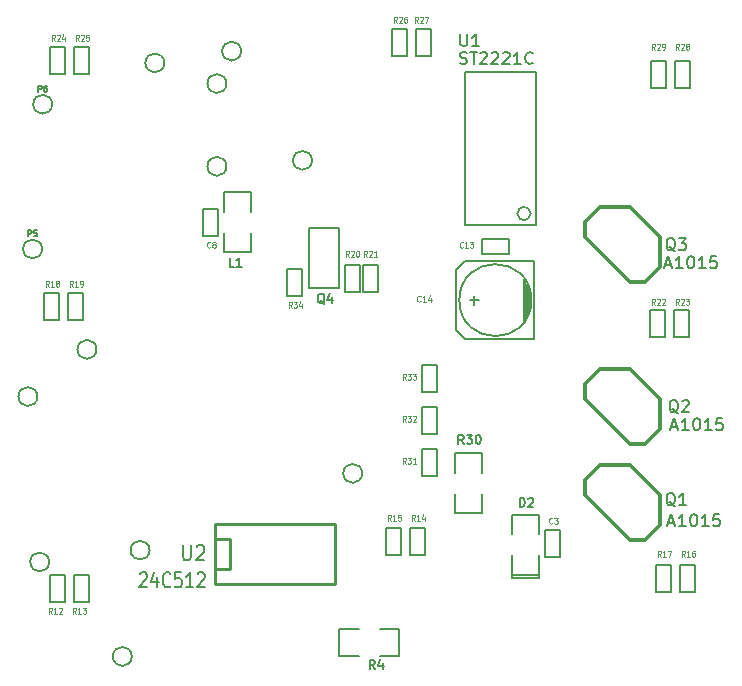
<source format=gto>
G04 (created by PCBNEW (2013-jul-07)-stable) date nie, 13 lis 2016, 20:29:25*
%MOIN*%
G04 Gerber Fmt 3.4, Leading zero omitted, Abs format*
%FSLAX34Y34*%
G01*
G70*
G90*
G04 APERTURE LIST*
%ADD10C,0.00590551*%
%ADD11C,0.012*%
%ADD12C,0.005*%
%ADD13C,0.01*%
%ADD14C,0.006*%
%ADD15C,0.008*%
%ADD16C,0.0055*%
%ADD17C,0.0051*%
%ADD18C,0.0045*%
%ADD19C,0.0047*%
G04 APERTURE END LIST*
G54D10*
G54D11*
X63266Y-35629D02*
X64766Y-37129D01*
X64766Y-37129D02*
X65266Y-37129D01*
X65266Y-37129D02*
X65766Y-36629D01*
X65766Y-36629D02*
X65766Y-35629D01*
X65766Y-35629D02*
X64766Y-34629D01*
X64766Y-34629D02*
X63766Y-34629D01*
X63766Y-34629D02*
X63266Y-35129D01*
X63266Y-35129D02*
X63266Y-35629D01*
X63266Y-41029D02*
X64766Y-42529D01*
X64766Y-42529D02*
X65266Y-42529D01*
X65266Y-42529D02*
X65766Y-42029D01*
X65766Y-42029D02*
X65766Y-41029D01*
X65766Y-41029D02*
X64766Y-40029D01*
X64766Y-40029D02*
X63766Y-40029D01*
X63766Y-40029D02*
X63266Y-40529D01*
X63266Y-40529D02*
X63266Y-41029D01*
X63266Y-44229D02*
X64766Y-45729D01*
X64766Y-45729D02*
X65266Y-45729D01*
X65266Y-45729D02*
X65766Y-45229D01*
X65766Y-45229D02*
X65766Y-44229D01*
X65766Y-44229D02*
X64766Y-43229D01*
X64766Y-43229D02*
X63766Y-43229D01*
X63766Y-43229D02*
X63266Y-43729D01*
X63266Y-43729D02*
X63266Y-44229D01*
G54D10*
X61614Y-35236D02*
X61614Y-35039D01*
X59251Y-35236D02*
X59251Y-35039D01*
X61440Y-34842D02*
G75*
G03X61440Y-34842I-220J0D01*
G74*
G01*
X59251Y-30118D02*
X61614Y-30118D01*
X61614Y-30118D02*
X61614Y-35039D01*
X61614Y-35236D02*
X59251Y-35236D01*
X59251Y-35039D02*
X59251Y-30118D01*
G54D12*
X51216Y-36129D02*
X52116Y-36129D01*
X52116Y-36129D02*
X52116Y-35479D01*
X51216Y-34779D02*
X51216Y-34129D01*
X51216Y-34129D02*
X52116Y-34129D01*
X52116Y-34129D02*
X52116Y-34779D01*
X51216Y-35479D02*
X51216Y-36129D01*
X57816Y-40779D02*
X57816Y-39879D01*
X57816Y-39879D02*
X58316Y-39879D01*
X58316Y-39879D02*
X58316Y-40779D01*
X58316Y-40779D02*
X57816Y-40779D01*
X58316Y-41279D02*
X58316Y-42179D01*
X58316Y-42179D02*
X57816Y-42179D01*
X57816Y-42179D02*
X57816Y-41279D01*
X57816Y-41279D02*
X58316Y-41279D01*
X57816Y-43579D02*
X57816Y-42679D01*
X57816Y-42679D02*
X58316Y-42679D01*
X58316Y-42679D02*
X58316Y-43579D01*
X58316Y-43579D02*
X57816Y-43579D01*
X51016Y-34679D02*
X51016Y-35579D01*
X51016Y-35579D02*
X50516Y-35579D01*
X50516Y-35579D02*
X50516Y-34679D01*
X50516Y-34679D02*
X51016Y-34679D01*
X53316Y-37579D02*
X53316Y-36679D01*
X53316Y-36679D02*
X53816Y-36679D01*
X53816Y-36679D02*
X53816Y-37579D01*
X53816Y-37579D02*
X53316Y-37579D01*
X57112Y-45313D02*
X57112Y-46213D01*
X57112Y-46213D02*
X56612Y-46213D01*
X56612Y-46213D02*
X56612Y-45313D01*
X56612Y-45313D02*
X57112Y-45313D01*
X46716Y-46879D02*
X46716Y-47779D01*
X46716Y-47779D02*
X46216Y-47779D01*
X46216Y-47779D02*
X46216Y-46879D01*
X46216Y-46879D02*
X46716Y-46879D01*
X57912Y-45313D02*
X57912Y-46213D01*
X57912Y-46213D02*
X57412Y-46213D01*
X57412Y-46213D02*
X57412Y-45313D01*
X57412Y-45313D02*
X57912Y-45313D01*
X45916Y-46879D02*
X45916Y-47779D01*
X45916Y-47779D02*
X45416Y-47779D01*
X45416Y-47779D02*
X45416Y-46879D01*
X45416Y-46879D02*
X45916Y-46879D01*
X46516Y-37479D02*
X46516Y-38379D01*
X46516Y-38379D02*
X46016Y-38379D01*
X46016Y-38379D02*
X46016Y-37479D01*
X46016Y-37479D02*
X46516Y-37479D01*
X66116Y-46574D02*
X66116Y-47474D01*
X66116Y-47474D02*
X65616Y-47474D01*
X65616Y-47474D02*
X65616Y-46574D01*
X65616Y-46574D02*
X66116Y-46574D01*
X45716Y-37479D02*
X45716Y-38379D01*
X45716Y-38379D02*
X45216Y-38379D01*
X45216Y-38379D02*
X45216Y-37479D01*
X45216Y-37479D02*
X45716Y-37479D01*
X66916Y-46574D02*
X66916Y-47474D01*
X66916Y-47474D02*
X66416Y-47474D01*
X66416Y-47474D02*
X66416Y-46574D01*
X66416Y-46574D02*
X66916Y-46574D01*
X66719Y-38072D02*
X66719Y-38972D01*
X66719Y-38972D02*
X66219Y-38972D01*
X66219Y-38972D02*
X66219Y-38072D01*
X66219Y-38072D02*
X66719Y-38072D01*
X56352Y-36557D02*
X56352Y-37457D01*
X56352Y-37457D02*
X55852Y-37457D01*
X55852Y-37457D02*
X55852Y-36557D01*
X55852Y-36557D02*
X56352Y-36557D01*
X65919Y-38072D02*
X65919Y-38972D01*
X65919Y-38972D02*
X65419Y-38972D01*
X65419Y-38972D02*
X65419Y-38072D01*
X65419Y-38072D02*
X65919Y-38072D01*
X55761Y-36557D02*
X55761Y-37457D01*
X55761Y-37457D02*
X55261Y-37457D01*
X55261Y-37457D02*
X55261Y-36557D01*
X55261Y-36557D02*
X55761Y-36557D01*
X46716Y-29279D02*
X46716Y-30179D01*
X46716Y-30179D02*
X46216Y-30179D01*
X46216Y-30179D02*
X46216Y-29279D01*
X46216Y-29279D02*
X46716Y-29279D01*
X60716Y-36179D02*
X59816Y-36179D01*
X59816Y-36179D02*
X59816Y-35679D01*
X59816Y-35679D02*
X60716Y-35679D01*
X60716Y-35679D02*
X60716Y-36179D01*
X66261Y-30658D02*
X66261Y-29758D01*
X66261Y-29758D02*
X66761Y-29758D01*
X66761Y-29758D02*
X66761Y-30658D01*
X66761Y-30658D02*
X66261Y-30658D01*
X65461Y-30658D02*
X65461Y-29758D01*
X65461Y-29758D02*
X65961Y-29758D01*
X65961Y-29758D02*
X65961Y-30658D01*
X65961Y-30658D02*
X65461Y-30658D01*
X45916Y-29279D02*
X45916Y-30179D01*
X45916Y-30179D02*
X45416Y-30179D01*
X45416Y-30179D02*
X45416Y-29279D01*
X45416Y-29279D02*
X45916Y-29279D01*
X56816Y-29579D02*
X56816Y-28679D01*
X56816Y-28679D02*
X57316Y-28679D01*
X57316Y-28679D02*
X57316Y-29579D01*
X57316Y-29579D02*
X56816Y-29579D01*
X57616Y-29579D02*
X57616Y-28679D01*
X57616Y-28679D02*
X58116Y-28679D01*
X58116Y-28679D02*
X58116Y-29579D01*
X58116Y-29579D02*
X57616Y-29579D01*
X61416Y-38029D02*
X61416Y-37429D01*
X61366Y-37279D02*
X61366Y-38179D01*
X61316Y-38279D02*
X61316Y-37179D01*
X61266Y-37079D02*
X61266Y-38379D01*
X61216Y-38429D02*
X61216Y-37029D01*
X61466Y-37729D02*
G75*
G03X61466Y-37729I-1200J0D01*
G74*
G01*
X61566Y-39029D02*
X61566Y-36429D01*
X61566Y-36429D02*
X59266Y-36429D01*
X59266Y-36429D02*
X58966Y-36729D01*
X58966Y-36729D02*
X58966Y-38729D01*
X58966Y-38729D02*
X59266Y-39029D01*
X59266Y-39029D02*
X61566Y-39029D01*
X59416Y-37729D02*
X59716Y-37729D01*
X59566Y-37879D02*
X59566Y-37579D01*
G54D13*
X50916Y-45679D02*
X51416Y-45679D01*
X51416Y-45679D02*
X51416Y-46679D01*
X51416Y-46679D02*
X50916Y-46679D01*
X50916Y-45179D02*
X54916Y-45179D01*
X54916Y-45179D02*
X54916Y-47179D01*
X54916Y-47179D02*
X50916Y-47179D01*
X50916Y-47179D02*
X50916Y-45179D01*
G54D14*
X54066Y-35329D02*
X55066Y-35329D01*
X55066Y-35329D02*
X55066Y-37329D01*
X55066Y-37329D02*
X54066Y-37329D01*
X54066Y-37329D02*
X54066Y-35329D01*
G54D12*
X57066Y-49579D02*
X57066Y-48679D01*
X57066Y-48679D02*
X56416Y-48679D01*
X55716Y-49579D02*
X55066Y-49579D01*
X55066Y-49579D02*
X55066Y-48679D01*
X55066Y-48679D02*
X55716Y-48679D01*
X56416Y-49579D02*
X57066Y-49579D01*
X58916Y-44829D02*
X59816Y-44829D01*
X59816Y-44829D02*
X59816Y-44179D01*
X58916Y-43479D02*
X58916Y-42829D01*
X58916Y-42829D02*
X59816Y-42829D01*
X59816Y-42829D02*
X59816Y-43479D01*
X58916Y-44179D02*
X58916Y-44829D01*
X51792Y-29429D02*
G75*
G03X51792Y-29429I-316J0D01*
G74*
G01*
X49233Y-29822D02*
G75*
G03X49233Y-29822I-316J0D01*
G74*
G01*
X51300Y-33267D02*
G75*
G03X51300Y-33267I-316J0D01*
G74*
G01*
X45158Y-36023D02*
G75*
G03X45158Y-36023I-316J0D01*
G74*
G01*
X45493Y-31200D02*
G75*
G03X45493Y-31200I-316J0D01*
G74*
G01*
X51300Y-30511D02*
G75*
G03X51300Y-30511I-316J0D01*
G74*
G01*
X62416Y-45379D02*
X62416Y-46279D01*
X62416Y-46279D02*
X61916Y-46279D01*
X61916Y-46279D02*
X61916Y-45379D01*
X61916Y-45379D02*
X62416Y-45379D01*
X60816Y-46879D02*
X60816Y-46979D01*
X60816Y-46979D02*
X61716Y-46979D01*
X61716Y-46979D02*
X61716Y-46879D01*
X60816Y-46879D02*
X61716Y-46879D01*
X61716Y-46879D02*
X61716Y-46229D01*
X60816Y-45529D02*
X60816Y-44879D01*
X60816Y-44879D02*
X61716Y-44879D01*
X61716Y-44879D02*
X61716Y-45529D01*
X60816Y-46229D02*
X60816Y-46879D01*
X45394Y-46456D02*
G75*
G03X45394Y-46456I-316J0D01*
G74*
G01*
X48150Y-49606D02*
G75*
G03X48150Y-49606I-316J0D01*
G74*
G01*
X46969Y-39370D02*
G75*
G03X46969Y-39370I-316J0D01*
G74*
G01*
X48741Y-46062D02*
G75*
G03X48741Y-46062I-316J0D01*
G74*
G01*
X54154Y-33070D02*
G75*
G03X54154Y-33070I-316J0D01*
G74*
G01*
X45001Y-40944D02*
G75*
G03X45001Y-40944I-316J0D01*
G74*
G01*
X55828Y-43503D02*
G75*
G03X55828Y-43503I-316J0D01*
G74*
G01*
G54D15*
X66261Y-36100D02*
X66223Y-36080D01*
X66185Y-36042D01*
X66128Y-35985D01*
X66090Y-35966D01*
X66052Y-35966D01*
X66071Y-36061D02*
X66033Y-36042D01*
X65995Y-36004D01*
X65976Y-35928D01*
X65976Y-35795D01*
X65995Y-35719D01*
X66033Y-35680D01*
X66071Y-35661D01*
X66147Y-35661D01*
X66185Y-35680D01*
X66223Y-35719D01*
X66242Y-35795D01*
X66242Y-35928D01*
X66223Y-36004D01*
X66185Y-36042D01*
X66147Y-36061D01*
X66071Y-36061D01*
X66376Y-35661D02*
X66623Y-35661D01*
X66490Y-35814D01*
X66547Y-35814D01*
X66585Y-35833D01*
X66604Y-35852D01*
X66623Y-35890D01*
X66623Y-35985D01*
X66604Y-36023D01*
X66585Y-36042D01*
X66547Y-36061D01*
X66433Y-36061D01*
X66395Y-36042D01*
X66376Y-36023D01*
X65942Y-36547D02*
X66133Y-36547D01*
X65904Y-36661D02*
X66038Y-36261D01*
X66171Y-36661D01*
X66514Y-36661D02*
X66285Y-36661D01*
X66400Y-36661D02*
X66400Y-36261D01*
X66361Y-36319D01*
X66323Y-36357D01*
X66285Y-36376D01*
X66761Y-36261D02*
X66800Y-36261D01*
X66838Y-36280D01*
X66857Y-36300D01*
X66876Y-36338D01*
X66895Y-36414D01*
X66895Y-36509D01*
X66876Y-36585D01*
X66857Y-36623D01*
X66838Y-36642D01*
X66800Y-36661D01*
X66761Y-36661D01*
X66723Y-36642D01*
X66704Y-36623D01*
X66685Y-36585D01*
X66666Y-36509D01*
X66666Y-36414D01*
X66685Y-36338D01*
X66704Y-36300D01*
X66723Y-36280D01*
X66761Y-36261D01*
X67276Y-36661D02*
X67047Y-36661D01*
X67161Y-36661D02*
X67161Y-36261D01*
X67123Y-36319D01*
X67085Y-36357D01*
X67047Y-36376D01*
X67638Y-36261D02*
X67447Y-36261D01*
X67428Y-36452D01*
X67447Y-36433D01*
X67485Y-36414D01*
X67580Y-36414D01*
X67619Y-36433D01*
X67638Y-36452D01*
X67657Y-36490D01*
X67657Y-36585D01*
X67638Y-36623D01*
X67619Y-36642D01*
X67580Y-36661D01*
X67485Y-36661D01*
X67447Y-36642D01*
X67428Y-36623D01*
X66361Y-41500D02*
X66323Y-41480D01*
X66285Y-41442D01*
X66228Y-41385D01*
X66190Y-41366D01*
X66152Y-41366D01*
X66171Y-41461D02*
X66133Y-41442D01*
X66095Y-41404D01*
X66076Y-41328D01*
X66076Y-41195D01*
X66095Y-41119D01*
X66133Y-41080D01*
X66171Y-41061D01*
X66247Y-41061D01*
X66285Y-41080D01*
X66323Y-41119D01*
X66342Y-41195D01*
X66342Y-41328D01*
X66323Y-41404D01*
X66285Y-41442D01*
X66247Y-41461D01*
X66171Y-41461D01*
X66495Y-41100D02*
X66514Y-41080D01*
X66552Y-41061D01*
X66647Y-41061D01*
X66685Y-41080D01*
X66704Y-41100D01*
X66723Y-41138D01*
X66723Y-41176D01*
X66704Y-41233D01*
X66476Y-41461D01*
X66723Y-41461D01*
X66142Y-41947D02*
X66333Y-41947D01*
X66104Y-42061D02*
X66238Y-41661D01*
X66371Y-42061D01*
X66714Y-42061D02*
X66485Y-42061D01*
X66600Y-42061D02*
X66600Y-41661D01*
X66561Y-41719D01*
X66523Y-41757D01*
X66485Y-41776D01*
X66961Y-41661D02*
X67000Y-41661D01*
X67038Y-41680D01*
X67057Y-41700D01*
X67076Y-41738D01*
X67095Y-41814D01*
X67095Y-41909D01*
X67076Y-41985D01*
X67057Y-42023D01*
X67038Y-42042D01*
X67000Y-42061D01*
X66961Y-42061D01*
X66923Y-42042D01*
X66904Y-42023D01*
X66885Y-41985D01*
X66866Y-41909D01*
X66866Y-41814D01*
X66885Y-41738D01*
X66904Y-41700D01*
X66923Y-41680D01*
X66961Y-41661D01*
X67476Y-42061D02*
X67247Y-42061D01*
X67361Y-42061D02*
X67361Y-41661D01*
X67323Y-41719D01*
X67285Y-41757D01*
X67247Y-41776D01*
X67838Y-41661D02*
X67647Y-41661D01*
X67628Y-41852D01*
X67647Y-41833D01*
X67685Y-41814D01*
X67780Y-41814D01*
X67819Y-41833D01*
X67838Y-41852D01*
X67857Y-41890D01*
X67857Y-41985D01*
X67838Y-42023D01*
X67819Y-42042D01*
X67780Y-42061D01*
X67685Y-42061D01*
X67647Y-42042D01*
X67628Y-42023D01*
X66261Y-44600D02*
X66223Y-44580D01*
X66185Y-44542D01*
X66128Y-44485D01*
X66090Y-44466D01*
X66052Y-44466D01*
X66071Y-44561D02*
X66033Y-44542D01*
X65995Y-44504D01*
X65976Y-44428D01*
X65976Y-44295D01*
X65995Y-44219D01*
X66033Y-44180D01*
X66071Y-44161D01*
X66147Y-44161D01*
X66185Y-44180D01*
X66223Y-44219D01*
X66242Y-44295D01*
X66242Y-44428D01*
X66223Y-44504D01*
X66185Y-44542D01*
X66147Y-44561D01*
X66071Y-44561D01*
X66623Y-44561D02*
X66395Y-44561D01*
X66509Y-44561D02*
X66509Y-44161D01*
X66471Y-44219D01*
X66433Y-44257D01*
X66395Y-44276D01*
X66042Y-45147D02*
X66233Y-45147D01*
X66004Y-45261D02*
X66138Y-44861D01*
X66271Y-45261D01*
X66614Y-45261D02*
X66385Y-45261D01*
X66500Y-45261D02*
X66500Y-44861D01*
X66461Y-44919D01*
X66423Y-44957D01*
X66385Y-44976D01*
X66861Y-44861D02*
X66900Y-44861D01*
X66938Y-44880D01*
X66957Y-44900D01*
X66976Y-44938D01*
X66995Y-45014D01*
X66995Y-45109D01*
X66976Y-45185D01*
X66957Y-45223D01*
X66938Y-45242D01*
X66900Y-45261D01*
X66861Y-45261D01*
X66823Y-45242D01*
X66804Y-45223D01*
X66785Y-45185D01*
X66766Y-45109D01*
X66766Y-45014D01*
X66785Y-44938D01*
X66804Y-44900D01*
X66823Y-44880D01*
X66861Y-44861D01*
X67376Y-45261D02*
X67147Y-45261D01*
X67261Y-45261D02*
X67261Y-44861D01*
X67223Y-44919D01*
X67185Y-44957D01*
X67147Y-44976D01*
X67738Y-44861D02*
X67547Y-44861D01*
X67528Y-45052D01*
X67547Y-45033D01*
X67585Y-45014D01*
X67680Y-45014D01*
X67719Y-45033D01*
X67738Y-45052D01*
X67757Y-45090D01*
X67757Y-45185D01*
X67738Y-45223D01*
X67719Y-45242D01*
X67680Y-45261D01*
X67585Y-45261D01*
X67547Y-45242D01*
X67528Y-45223D01*
G54D16*
X59099Y-28865D02*
X59099Y-29184D01*
X59118Y-29221D01*
X59137Y-29240D01*
X59174Y-29259D01*
X59249Y-29259D01*
X59287Y-29240D01*
X59306Y-29221D01*
X59324Y-29184D01*
X59324Y-28865D01*
X59718Y-29259D02*
X59493Y-29259D01*
X59606Y-29259D02*
X59606Y-28865D01*
X59568Y-28921D01*
X59531Y-28959D01*
X59493Y-28978D01*
G54D17*
X59089Y-29840D02*
X59146Y-29859D01*
X59239Y-29859D01*
X59277Y-29840D01*
X59296Y-29821D01*
X59315Y-29784D01*
X59315Y-29746D01*
X59296Y-29709D01*
X59277Y-29690D01*
X59239Y-29671D01*
X59164Y-29653D01*
X59127Y-29634D01*
X59108Y-29615D01*
X59089Y-29578D01*
X59089Y-29540D01*
X59108Y-29503D01*
X59127Y-29484D01*
X59164Y-29465D01*
X59258Y-29465D01*
X59315Y-29484D01*
X59427Y-29465D02*
X59652Y-29465D01*
X59540Y-29859D02*
X59540Y-29465D01*
X59765Y-29503D02*
X59784Y-29484D01*
X59821Y-29465D01*
X59915Y-29465D01*
X59952Y-29484D01*
X59971Y-29503D01*
X59990Y-29540D01*
X59990Y-29578D01*
X59971Y-29634D01*
X59746Y-29859D01*
X59990Y-29859D01*
X60140Y-29503D02*
X60159Y-29484D01*
X60196Y-29465D01*
X60290Y-29465D01*
X60328Y-29484D01*
X60346Y-29503D01*
X60365Y-29540D01*
X60365Y-29578D01*
X60346Y-29634D01*
X60121Y-29859D01*
X60365Y-29859D01*
X60515Y-29503D02*
X60534Y-29484D01*
X60572Y-29465D01*
X60665Y-29465D01*
X60703Y-29484D01*
X60722Y-29503D01*
X60740Y-29540D01*
X60740Y-29578D01*
X60722Y-29634D01*
X60497Y-29859D01*
X60740Y-29859D01*
X61116Y-29859D02*
X60891Y-29859D01*
X61003Y-29859D02*
X61003Y-29465D01*
X60966Y-29521D01*
X60928Y-29559D01*
X60891Y-29578D01*
X61510Y-29821D02*
X61491Y-29840D01*
X61435Y-29859D01*
X61397Y-29859D01*
X61341Y-29840D01*
X61303Y-29803D01*
X61285Y-29765D01*
X61266Y-29690D01*
X61266Y-29634D01*
X61285Y-29559D01*
X61303Y-29521D01*
X61341Y-29484D01*
X61397Y-29465D01*
X61435Y-29465D01*
X61491Y-29484D01*
X61510Y-29503D01*
G54D12*
X51550Y-36621D02*
X51407Y-36621D01*
X51407Y-36321D01*
X51807Y-36621D02*
X51635Y-36621D01*
X51721Y-36621D02*
X51721Y-36321D01*
X51692Y-36364D01*
X51664Y-36392D01*
X51635Y-36407D01*
G54D18*
X57284Y-40380D02*
X57224Y-40285D01*
X57181Y-40380D02*
X57181Y-40180D01*
X57250Y-40180D01*
X57267Y-40190D01*
X57275Y-40200D01*
X57284Y-40219D01*
X57284Y-40247D01*
X57275Y-40266D01*
X57267Y-40276D01*
X57250Y-40285D01*
X57181Y-40285D01*
X57344Y-40180D02*
X57455Y-40180D01*
X57395Y-40257D01*
X57421Y-40257D01*
X57438Y-40266D01*
X57447Y-40276D01*
X57455Y-40295D01*
X57455Y-40342D01*
X57447Y-40361D01*
X57438Y-40371D01*
X57421Y-40380D01*
X57370Y-40380D01*
X57352Y-40371D01*
X57344Y-40361D01*
X57515Y-40180D02*
X57627Y-40180D01*
X57567Y-40257D01*
X57592Y-40257D01*
X57610Y-40266D01*
X57618Y-40276D01*
X57627Y-40295D01*
X57627Y-40342D01*
X57618Y-40361D01*
X57610Y-40371D01*
X57592Y-40380D01*
X57541Y-40380D01*
X57524Y-40371D01*
X57515Y-40361D01*
X57284Y-41780D02*
X57224Y-41685D01*
X57181Y-41780D02*
X57181Y-41580D01*
X57250Y-41580D01*
X57267Y-41590D01*
X57275Y-41600D01*
X57284Y-41619D01*
X57284Y-41647D01*
X57275Y-41666D01*
X57267Y-41676D01*
X57250Y-41685D01*
X57181Y-41685D01*
X57344Y-41580D02*
X57455Y-41580D01*
X57395Y-41657D01*
X57421Y-41657D01*
X57438Y-41666D01*
X57447Y-41676D01*
X57455Y-41695D01*
X57455Y-41742D01*
X57447Y-41761D01*
X57438Y-41771D01*
X57421Y-41780D01*
X57370Y-41780D01*
X57352Y-41771D01*
X57344Y-41761D01*
X57524Y-41600D02*
X57532Y-41590D01*
X57550Y-41580D01*
X57592Y-41580D01*
X57610Y-41590D01*
X57618Y-41600D01*
X57627Y-41619D01*
X57627Y-41638D01*
X57618Y-41666D01*
X57515Y-41780D01*
X57627Y-41780D01*
X57284Y-43180D02*
X57224Y-43085D01*
X57181Y-43180D02*
X57181Y-42980D01*
X57250Y-42980D01*
X57267Y-42990D01*
X57275Y-43000D01*
X57284Y-43019D01*
X57284Y-43047D01*
X57275Y-43066D01*
X57267Y-43076D01*
X57250Y-43085D01*
X57181Y-43085D01*
X57344Y-42980D02*
X57455Y-42980D01*
X57395Y-43057D01*
X57421Y-43057D01*
X57438Y-43066D01*
X57447Y-43076D01*
X57455Y-43095D01*
X57455Y-43142D01*
X57447Y-43161D01*
X57438Y-43171D01*
X57421Y-43180D01*
X57370Y-43180D01*
X57352Y-43171D01*
X57344Y-43161D01*
X57627Y-43180D02*
X57524Y-43180D01*
X57575Y-43180D02*
X57575Y-42980D01*
X57558Y-43009D01*
X57541Y-43028D01*
X57524Y-43038D01*
X50770Y-35961D02*
X50761Y-35971D01*
X50735Y-35980D01*
X50718Y-35980D01*
X50692Y-35971D01*
X50675Y-35952D01*
X50667Y-35933D01*
X50658Y-35895D01*
X50658Y-35866D01*
X50667Y-35828D01*
X50675Y-35809D01*
X50692Y-35790D01*
X50718Y-35780D01*
X50735Y-35780D01*
X50761Y-35790D01*
X50770Y-35800D01*
X50872Y-35866D02*
X50855Y-35857D01*
X50847Y-35847D01*
X50838Y-35828D01*
X50838Y-35819D01*
X50847Y-35800D01*
X50855Y-35790D01*
X50872Y-35780D01*
X50907Y-35780D01*
X50924Y-35790D01*
X50932Y-35800D01*
X50941Y-35819D01*
X50941Y-35828D01*
X50932Y-35847D01*
X50924Y-35857D01*
X50907Y-35866D01*
X50872Y-35866D01*
X50855Y-35876D01*
X50847Y-35885D01*
X50838Y-35904D01*
X50838Y-35942D01*
X50847Y-35961D01*
X50855Y-35971D01*
X50872Y-35980D01*
X50907Y-35980D01*
X50924Y-35971D01*
X50932Y-35961D01*
X50941Y-35942D01*
X50941Y-35904D01*
X50932Y-35885D01*
X50924Y-35876D01*
X50907Y-35866D01*
X53484Y-37980D02*
X53424Y-37885D01*
X53381Y-37980D02*
X53381Y-37780D01*
X53450Y-37780D01*
X53467Y-37790D01*
X53475Y-37800D01*
X53484Y-37819D01*
X53484Y-37847D01*
X53475Y-37866D01*
X53467Y-37876D01*
X53450Y-37885D01*
X53381Y-37885D01*
X53544Y-37780D02*
X53655Y-37780D01*
X53595Y-37857D01*
X53621Y-37857D01*
X53638Y-37866D01*
X53647Y-37876D01*
X53655Y-37895D01*
X53655Y-37942D01*
X53647Y-37961D01*
X53638Y-37971D01*
X53621Y-37980D01*
X53570Y-37980D01*
X53552Y-37971D01*
X53544Y-37961D01*
X53810Y-37847D02*
X53810Y-37980D01*
X53767Y-37771D02*
X53724Y-37914D01*
X53835Y-37914D01*
X56784Y-45080D02*
X56724Y-44985D01*
X56681Y-45080D02*
X56681Y-44880D01*
X56750Y-44880D01*
X56767Y-44890D01*
X56775Y-44900D01*
X56784Y-44919D01*
X56784Y-44947D01*
X56775Y-44966D01*
X56767Y-44976D01*
X56750Y-44985D01*
X56681Y-44985D01*
X56955Y-45080D02*
X56852Y-45080D01*
X56904Y-45080D02*
X56904Y-44880D01*
X56887Y-44909D01*
X56870Y-44928D01*
X56852Y-44938D01*
X57118Y-44880D02*
X57032Y-44880D01*
X57024Y-44976D01*
X57032Y-44966D01*
X57050Y-44957D01*
X57092Y-44957D01*
X57110Y-44966D01*
X57118Y-44976D01*
X57127Y-44995D01*
X57127Y-45042D01*
X57118Y-45061D01*
X57110Y-45071D01*
X57092Y-45080D01*
X57050Y-45080D01*
X57032Y-45071D01*
X57024Y-45061D01*
X46284Y-48180D02*
X46224Y-48085D01*
X46181Y-48180D02*
X46181Y-47980D01*
X46250Y-47980D01*
X46267Y-47990D01*
X46275Y-48000D01*
X46284Y-48019D01*
X46284Y-48047D01*
X46275Y-48066D01*
X46267Y-48076D01*
X46250Y-48085D01*
X46181Y-48085D01*
X46455Y-48180D02*
X46352Y-48180D01*
X46404Y-48180D02*
X46404Y-47980D01*
X46387Y-48009D01*
X46370Y-48028D01*
X46352Y-48038D01*
X46515Y-47980D02*
X46627Y-47980D01*
X46567Y-48057D01*
X46592Y-48057D01*
X46610Y-48066D01*
X46618Y-48076D01*
X46627Y-48095D01*
X46627Y-48142D01*
X46618Y-48161D01*
X46610Y-48171D01*
X46592Y-48180D01*
X46541Y-48180D01*
X46524Y-48171D01*
X46515Y-48161D01*
X57584Y-45080D02*
X57524Y-44985D01*
X57481Y-45080D02*
X57481Y-44880D01*
X57550Y-44880D01*
X57567Y-44890D01*
X57575Y-44900D01*
X57584Y-44919D01*
X57584Y-44947D01*
X57575Y-44966D01*
X57567Y-44976D01*
X57550Y-44985D01*
X57481Y-44985D01*
X57755Y-45080D02*
X57652Y-45080D01*
X57704Y-45080D02*
X57704Y-44880D01*
X57687Y-44909D01*
X57670Y-44928D01*
X57652Y-44938D01*
X57910Y-44947D02*
X57910Y-45080D01*
X57867Y-44871D02*
X57824Y-45014D01*
X57935Y-45014D01*
X45484Y-48180D02*
X45424Y-48085D01*
X45381Y-48180D02*
X45381Y-47980D01*
X45450Y-47980D01*
X45467Y-47990D01*
X45475Y-48000D01*
X45484Y-48019D01*
X45484Y-48047D01*
X45475Y-48066D01*
X45467Y-48076D01*
X45450Y-48085D01*
X45381Y-48085D01*
X45655Y-48180D02*
X45552Y-48180D01*
X45604Y-48180D02*
X45604Y-47980D01*
X45587Y-48009D01*
X45570Y-48028D01*
X45552Y-48038D01*
X45724Y-48000D02*
X45732Y-47990D01*
X45750Y-47980D01*
X45792Y-47980D01*
X45810Y-47990D01*
X45818Y-48000D01*
X45827Y-48019D01*
X45827Y-48038D01*
X45818Y-48066D01*
X45715Y-48180D01*
X45827Y-48180D01*
X46184Y-37280D02*
X46124Y-37185D01*
X46081Y-37280D02*
X46081Y-37080D01*
X46150Y-37080D01*
X46167Y-37090D01*
X46175Y-37100D01*
X46184Y-37119D01*
X46184Y-37147D01*
X46175Y-37166D01*
X46167Y-37176D01*
X46150Y-37185D01*
X46081Y-37185D01*
X46355Y-37280D02*
X46252Y-37280D01*
X46304Y-37280D02*
X46304Y-37080D01*
X46287Y-37109D01*
X46270Y-37128D01*
X46252Y-37138D01*
X46441Y-37280D02*
X46475Y-37280D01*
X46492Y-37271D01*
X46501Y-37261D01*
X46518Y-37233D01*
X46527Y-37195D01*
X46527Y-37119D01*
X46518Y-37100D01*
X46510Y-37090D01*
X46492Y-37080D01*
X46458Y-37080D01*
X46441Y-37090D01*
X46432Y-37100D01*
X46424Y-37119D01*
X46424Y-37166D01*
X46432Y-37185D01*
X46441Y-37195D01*
X46458Y-37204D01*
X46492Y-37204D01*
X46510Y-37195D01*
X46518Y-37185D01*
X46527Y-37166D01*
X65784Y-46280D02*
X65724Y-46185D01*
X65681Y-46280D02*
X65681Y-46080D01*
X65750Y-46080D01*
X65767Y-46090D01*
X65775Y-46100D01*
X65784Y-46119D01*
X65784Y-46147D01*
X65775Y-46166D01*
X65767Y-46176D01*
X65750Y-46185D01*
X65681Y-46185D01*
X65955Y-46280D02*
X65852Y-46280D01*
X65904Y-46280D02*
X65904Y-46080D01*
X65887Y-46109D01*
X65870Y-46128D01*
X65852Y-46138D01*
X66015Y-46080D02*
X66135Y-46080D01*
X66058Y-46280D01*
X45384Y-37280D02*
X45324Y-37185D01*
X45281Y-37280D02*
X45281Y-37080D01*
X45350Y-37080D01*
X45367Y-37090D01*
X45375Y-37100D01*
X45384Y-37119D01*
X45384Y-37147D01*
X45375Y-37166D01*
X45367Y-37176D01*
X45350Y-37185D01*
X45281Y-37185D01*
X45555Y-37280D02*
X45452Y-37280D01*
X45504Y-37280D02*
X45504Y-37080D01*
X45487Y-37109D01*
X45470Y-37128D01*
X45452Y-37138D01*
X45658Y-37166D02*
X45641Y-37157D01*
X45632Y-37147D01*
X45624Y-37128D01*
X45624Y-37119D01*
X45632Y-37100D01*
X45641Y-37090D01*
X45658Y-37080D01*
X45692Y-37080D01*
X45710Y-37090D01*
X45718Y-37100D01*
X45727Y-37119D01*
X45727Y-37128D01*
X45718Y-37147D01*
X45710Y-37157D01*
X45692Y-37166D01*
X45658Y-37166D01*
X45641Y-37176D01*
X45632Y-37185D01*
X45624Y-37204D01*
X45624Y-37242D01*
X45632Y-37261D01*
X45641Y-37271D01*
X45658Y-37280D01*
X45692Y-37280D01*
X45710Y-37271D01*
X45718Y-37261D01*
X45727Y-37242D01*
X45727Y-37204D01*
X45718Y-37185D01*
X45710Y-37176D01*
X45692Y-37166D01*
X66584Y-46280D02*
X66524Y-46185D01*
X66481Y-46280D02*
X66481Y-46080D01*
X66550Y-46080D01*
X66567Y-46090D01*
X66575Y-46100D01*
X66584Y-46119D01*
X66584Y-46147D01*
X66575Y-46166D01*
X66567Y-46176D01*
X66550Y-46185D01*
X66481Y-46185D01*
X66755Y-46280D02*
X66652Y-46280D01*
X66704Y-46280D02*
X66704Y-46080D01*
X66687Y-46109D01*
X66670Y-46128D01*
X66652Y-46138D01*
X66910Y-46080D02*
X66875Y-46080D01*
X66858Y-46090D01*
X66850Y-46100D01*
X66832Y-46128D01*
X66824Y-46166D01*
X66824Y-46242D01*
X66832Y-46261D01*
X66841Y-46271D01*
X66858Y-46280D01*
X66892Y-46280D01*
X66910Y-46271D01*
X66918Y-46261D01*
X66927Y-46242D01*
X66927Y-46195D01*
X66918Y-46176D01*
X66910Y-46166D01*
X66892Y-46157D01*
X66858Y-46157D01*
X66841Y-46166D01*
X66832Y-46176D01*
X66824Y-46195D01*
X66384Y-37880D02*
X66324Y-37785D01*
X66281Y-37880D02*
X66281Y-37680D01*
X66350Y-37680D01*
X66367Y-37690D01*
X66375Y-37700D01*
X66384Y-37719D01*
X66384Y-37747D01*
X66375Y-37766D01*
X66367Y-37776D01*
X66350Y-37785D01*
X66281Y-37785D01*
X66452Y-37700D02*
X66461Y-37690D01*
X66478Y-37680D01*
X66521Y-37680D01*
X66538Y-37690D01*
X66547Y-37700D01*
X66555Y-37719D01*
X66555Y-37738D01*
X66547Y-37766D01*
X66444Y-37880D01*
X66555Y-37880D01*
X66615Y-37680D02*
X66727Y-37680D01*
X66667Y-37757D01*
X66692Y-37757D01*
X66710Y-37766D01*
X66718Y-37776D01*
X66727Y-37795D01*
X66727Y-37842D01*
X66718Y-37861D01*
X66710Y-37871D01*
X66692Y-37880D01*
X66641Y-37880D01*
X66624Y-37871D01*
X66615Y-37861D01*
X55984Y-36280D02*
X55924Y-36185D01*
X55881Y-36280D02*
X55881Y-36080D01*
X55950Y-36080D01*
X55967Y-36090D01*
X55975Y-36100D01*
X55984Y-36119D01*
X55984Y-36147D01*
X55975Y-36166D01*
X55967Y-36176D01*
X55950Y-36185D01*
X55881Y-36185D01*
X56052Y-36100D02*
X56061Y-36090D01*
X56078Y-36080D01*
X56121Y-36080D01*
X56138Y-36090D01*
X56147Y-36100D01*
X56155Y-36119D01*
X56155Y-36138D01*
X56147Y-36166D01*
X56044Y-36280D01*
X56155Y-36280D01*
X56327Y-36280D02*
X56224Y-36280D01*
X56275Y-36280D02*
X56275Y-36080D01*
X56258Y-36109D01*
X56241Y-36128D01*
X56224Y-36138D01*
X65584Y-37880D02*
X65524Y-37785D01*
X65481Y-37880D02*
X65481Y-37680D01*
X65550Y-37680D01*
X65567Y-37690D01*
X65575Y-37700D01*
X65584Y-37719D01*
X65584Y-37747D01*
X65575Y-37766D01*
X65567Y-37776D01*
X65550Y-37785D01*
X65481Y-37785D01*
X65652Y-37700D02*
X65661Y-37690D01*
X65678Y-37680D01*
X65721Y-37680D01*
X65738Y-37690D01*
X65747Y-37700D01*
X65755Y-37719D01*
X65755Y-37738D01*
X65747Y-37766D01*
X65644Y-37880D01*
X65755Y-37880D01*
X65824Y-37700D02*
X65832Y-37690D01*
X65850Y-37680D01*
X65892Y-37680D01*
X65910Y-37690D01*
X65918Y-37700D01*
X65927Y-37719D01*
X65927Y-37738D01*
X65918Y-37766D01*
X65815Y-37880D01*
X65927Y-37880D01*
X55384Y-36280D02*
X55324Y-36185D01*
X55281Y-36280D02*
X55281Y-36080D01*
X55350Y-36080D01*
X55367Y-36090D01*
X55375Y-36100D01*
X55384Y-36119D01*
X55384Y-36147D01*
X55375Y-36166D01*
X55367Y-36176D01*
X55350Y-36185D01*
X55281Y-36185D01*
X55452Y-36100D02*
X55461Y-36090D01*
X55478Y-36080D01*
X55521Y-36080D01*
X55538Y-36090D01*
X55547Y-36100D01*
X55555Y-36119D01*
X55555Y-36138D01*
X55547Y-36166D01*
X55444Y-36280D01*
X55555Y-36280D01*
X55667Y-36080D02*
X55684Y-36080D01*
X55701Y-36090D01*
X55710Y-36100D01*
X55718Y-36119D01*
X55727Y-36157D01*
X55727Y-36204D01*
X55718Y-36242D01*
X55710Y-36261D01*
X55701Y-36271D01*
X55684Y-36280D01*
X55667Y-36280D01*
X55650Y-36271D01*
X55641Y-36261D01*
X55632Y-36242D01*
X55624Y-36204D01*
X55624Y-36157D01*
X55632Y-36119D01*
X55641Y-36100D01*
X55650Y-36090D01*
X55667Y-36080D01*
X46384Y-29080D02*
X46324Y-28985D01*
X46281Y-29080D02*
X46281Y-28880D01*
X46350Y-28880D01*
X46367Y-28890D01*
X46375Y-28900D01*
X46384Y-28919D01*
X46384Y-28947D01*
X46375Y-28966D01*
X46367Y-28976D01*
X46350Y-28985D01*
X46281Y-28985D01*
X46452Y-28900D02*
X46461Y-28890D01*
X46478Y-28880D01*
X46521Y-28880D01*
X46538Y-28890D01*
X46547Y-28900D01*
X46555Y-28919D01*
X46555Y-28938D01*
X46547Y-28966D01*
X46444Y-29080D01*
X46555Y-29080D01*
X46718Y-28880D02*
X46632Y-28880D01*
X46624Y-28976D01*
X46632Y-28966D01*
X46650Y-28957D01*
X46692Y-28957D01*
X46710Y-28966D01*
X46718Y-28976D01*
X46727Y-28995D01*
X46727Y-29042D01*
X46718Y-29061D01*
X46710Y-29071D01*
X46692Y-29080D01*
X46650Y-29080D01*
X46632Y-29071D01*
X46624Y-29061D01*
X59184Y-35961D02*
X59175Y-35971D01*
X59150Y-35980D01*
X59132Y-35980D01*
X59107Y-35971D01*
X59090Y-35952D01*
X59081Y-35933D01*
X59072Y-35895D01*
X59072Y-35866D01*
X59081Y-35828D01*
X59090Y-35809D01*
X59107Y-35790D01*
X59132Y-35780D01*
X59150Y-35780D01*
X59175Y-35790D01*
X59184Y-35800D01*
X59355Y-35980D02*
X59252Y-35980D01*
X59304Y-35980D02*
X59304Y-35780D01*
X59287Y-35809D01*
X59270Y-35828D01*
X59252Y-35838D01*
X59415Y-35780D02*
X59527Y-35780D01*
X59467Y-35857D01*
X59492Y-35857D01*
X59510Y-35866D01*
X59518Y-35876D01*
X59527Y-35895D01*
X59527Y-35942D01*
X59518Y-35961D01*
X59510Y-35971D01*
X59492Y-35980D01*
X59441Y-35980D01*
X59424Y-35971D01*
X59415Y-35961D01*
X66384Y-29380D02*
X66324Y-29285D01*
X66281Y-29380D02*
X66281Y-29180D01*
X66350Y-29180D01*
X66367Y-29190D01*
X66375Y-29200D01*
X66384Y-29219D01*
X66384Y-29247D01*
X66375Y-29266D01*
X66367Y-29276D01*
X66350Y-29285D01*
X66281Y-29285D01*
X66452Y-29200D02*
X66461Y-29190D01*
X66478Y-29180D01*
X66521Y-29180D01*
X66538Y-29190D01*
X66547Y-29200D01*
X66555Y-29219D01*
X66555Y-29238D01*
X66547Y-29266D01*
X66444Y-29380D01*
X66555Y-29380D01*
X66658Y-29266D02*
X66641Y-29257D01*
X66632Y-29247D01*
X66624Y-29228D01*
X66624Y-29219D01*
X66632Y-29200D01*
X66641Y-29190D01*
X66658Y-29180D01*
X66692Y-29180D01*
X66710Y-29190D01*
X66718Y-29200D01*
X66727Y-29219D01*
X66727Y-29228D01*
X66718Y-29247D01*
X66710Y-29257D01*
X66692Y-29266D01*
X66658Y-29266D01*
X66641Y-29276D01*
X66632Y-29285D01*
X66624Y-29304D01*
X66624Y-29342D01*
X66632Y-29361D01*
X66641Y-29371D01*
X66658Y-29380D01*
X66692Y-29380D01*
X66710Y-29371D01*
X66718Y-29361D01*
X66727Y-29342D01*
X66727Y-29304D01*
X66718Y-29285D01*
X66710Y-29276D01*
X66692Y-29266D01*
X65584Y-29380D02*
X65524Y-29285D01*
X65481Y-29380D02*
X65481Y-29180D01*
X65550Y-29180D01*
X65567Y-29190D01*
X65575Y-29200D01*
X65584Y-29219D01*
X65584Y-29247D01*
X65575Y-29266D01*
X65567Y-29276D01*
X65550Y-29285D01*
X65481Y-29285D01*
X65652Y-29200D02*
X65661Y-29190D01*
X65678Y-29180D01*
X65721Y-29180D01*
X65738Y-29190D01*
X65747Y-29200D01*
X65755Y-29219D01*
X65755Y-29238D01*
X65747Y-29266D01*
X65644Y-29380D01*
X65755Y-29380D01*
X65841Y-29380D02*
X65875Y-29380D01*
X65892Y-29371D01*
X65901Y-29361D01*
X65918Y-29333D01*
X65927Y-29295D01*
X65927Y-29219D01*
X65918Y-29200D01*
X65910Y-29190D01*
X65892Y-29180D01*
X65858Y-29180D01*
X65841Y-29190D01*
X65832Y-29200D01*
X65824Y-29219D01*
X65824Y-29266D01*
X65832Y-29285D01*
X65841Y-29295D01*
X65858Y-29304D01*
X65892Y-29304D01*
X65910Y-29295D01*
X65918Y-29285D01*
X65927Y-29266D01*
X45584Y-29080D02*
X45524Y-28985D01*
X45481Y-29080D02*
X45481Y-28880D01*
X45550Y-28880D01*
X45567Y-28890D01*
X45575Y-28900D01*
X45584Y-28919D01*
X45584Y-28947D01*
X45575Y-28966D01*
X45567Y-28976D01*
X45550Y-28985D01*
X45481Y-28985D01*
X45652Y-28900D02*
X45661Y-28890D01*
X45678Y-28880D01*
X45721Y-28880D01*
X45738Y-28890D01*
X45747Y-28900D01*
X45755Y-28919D01*
X45755Y-28938D01*
X45747Y-28966D01*
X45644Y-29080D01*
X45755Y-29080D01*
X45910Y-28947D02*
X45910Y-29080D01*
X45867Y-28871D02*
X45824Y-29014D01*
X45935Y-29014D01*
X56984Y-28480D02*
X56924Y-28385D01*
X56881Y-28480D02*
X56881Y-28280D01*
X56950Y-28280D01*
X56967Y-28290D01*
X56975Y-28300D01*
X56984Y-28319D01*
X56984Y-28347D01*
X56975Y-28366D01*
X56967Y-28376D01*
X56950Y-28385D01*
X56881Y-28385D01*
X57052Y-28300D02*
X57061Y-28290D01*
X57078Y-28280D01*
X57121Y-28280D01*
X57138Y-28290D01*
X57147Y-28300D01*
X57155Y-28319D01*
X57155Y-28338D01*
X57147Y-28366D01*
X57044Y-28480D01*
X57155Y-28480D01*
X57310Y-28280D02*
X57275Y-28280D01*
X57258Y-28290D01*
X57250Y-28300D01*
X57232Y-28328D01*
X57224Y-28366D01*
X57224Y-28442D01*
X57232Y-28461D01*
X57241Y-28471D01*
X57258Y-28480D01*
X57292Y-28480D01*
X57310Y-28471D01*
X57318Y-28461D01*
X57327Y-28442D01*
X57327Y-28395D01*
X57318Y-28376D01*
X57310Y-28366D01*
X57292Y-28357D01*
X57258Y-28357D01*
X57241Y-28366D01*
X57232Y-28376D01*
X57224Y-28395D01*
X57684Y-28480D02*
X57624Y-28385D01*
X57581Y-28480D02*
X57581Y-28280D01*
X57650Y-28280D01*
X57667Y-28290D01*
X57675Y-28300D01*
X57684Y-28319D01*
X57684Y-28347D01*
X57675Y-28366D01*
X57667Y-28376D01*
X57650Y-28385D01*
X57581Y-28385D01*
X57752Y-28300D02*
X57761Y-28290D01*
X57778Y-28280D01*
X57821Y-28280D01*
X57838Y-28290D01*
X57847Y-28300D01*
X57855Y-28319D01*
X57855Y-28338D01*
X57847Y-28366D01*
X57744Y-28480D01*
X57855Y-28480D01*
X57915Y-28280D02*
X58035Y-28280D01*
X57958Y-28480D01*
G54D19*
X57773Y-37760D02*
X57763Y-37770D01*
X57735Y-37779D01*
X57717Y-37779D01*
X57688Y-37770D01*
X57670Y-37751D01*
X57660Y-37732D01*
X57651Y-37695D01*
X57651Y-37667D01*
X57660Y-37629D01*
X57670Y-37610D01*
X57688Y-37592D01*
X57717Y-37582D01*
X57735Y-37582D01*
X57763Y-37592D01*
X57773Y-37601D01*
X57960Y-37779D02*
X57848Y-37779D01*
X57904Y-37779D02*
X57904Y-37582D01*
X57885Y-37610D01*
X57867Y-37629D01*
X57848Y-37639D01*
X58129Y-37648D02*
X58129Y-37779D01*
X58082Y-37573D02*
X58036Y-37714D01*
X58157Y-37714D01*
G54D15*
X49857Y-45902D02*
X49857Y-46307D01*
X49878Y-46354D01*
X49900Y-46378D01*
X49942Y-46402D01*
X50028Y-46402D01*
X50071Y-46378D01*
X50092Y-46354D01*
X50114Y-46307D01*
X50114Y-45902D01*
X50307Y-45950D02*
X50328Y-45926D01*
X50371Y-45902D01*
X50478Y-45902D01*
X50521Y-45926D01*
X50542Y-45950D01*
X50564Y-45997D01*
X50564Y-46045D01*
X50542Y-46116D01*
X50285Y-46402D01*
X50564Y-46402D01*
X48423Y-46850D02*
X48442Y-46826D01*
X48480Y-46802D01*
X48576Y-46802D01*
X48614Y-46826D01*
X48633Y-46850D01*
X48652Y-46897D01*
X48652Y-46945D01*
X48633Y-47016D01*
X48404Y-47302D01*
X48652Y-47302D01*
X48995Y-46969D02*
X48995Y-47302D01*
X48900Y-46778D02*
X48804Y-47135D01*
X49052Y-47135D01*
X49433Y-47254D02*
X49414Y-47278D01*
X49357Y-47302D01*
X49319Y-47302D01*
X49261Y-47278D01*
X49223Y-47230D01*
X49204Y-47183D01*
X49185Y-47088D01*
X49185Y-47016D01*
X49204Y-46921D01*
X49223Y-46873D01*
X49261Y-46826D01*
X49319Y-46802D01*
X49357Y-46802D01*
X49414Y-46826D01*
X49433Y-46850D01*
X49795Y-46802D02*
X49604Y-46802D01*
X49585Y-47040D01*
X49604Y-47016D01*
X49642Y-46992D01*
X49738Y-46992D01*
X49776Y-47016D01*
X49795Y-47040D01*
X49814Y-47088D01*
X49814Y-47207D01*
X49795Y-47254D01*
X49776Y-47278D01*
X49738Y-47302D01*
X49642Y-47302D01*
X49604Y-47278D01*
X49585Y-47254D01*
X50195Y-47302D02*
X49966Y-47302D01*
X50080Y-47302D02*
X50080Y-46802D01*
X50042Y-46873D01*
X50004Y-46921D01*
X49966Y-46945D01*
X50347Y-46850D02*
X50366Y-46826D01*
X50404Y-46802D01*
X50500Y-46802D01*
X50538Y-46826D01*
X50557Y-46850D01*
X50576Y-46897D01*
X50576Y-46945D01*
X50557Y-47016D01*
X50328Y-47302D01*
X50576Y-47302D01*
G54D14*
X54571Y-37850D02*
X54542Y-37835D01*
X54514Y-37807D01*
X54471Y-37764D01*
X54442Y-37750D01*
X54414Y-37750D01*
X54428Y-37821D02*
X54400Y-37807D01*
X54371Y-37778D01*
X54357Y-37721D01*
X54357Y-37621D01*
X54371Y-37564D01*
X54400Y-37535D01*
X54428Y-37521D01*
X54485Y-37521D01*
X54514Y-37535D01*
X54542Y-37564D01*
X54557Y-37621D01*
X54557Y-37721D01*
X54542Y-37778D01*
X54514Y-37807D01*
X54485Y-37821D01*
X54428Y-37821D01*
X54814Y-37621D02*
X54814Y-37821D01*
X54742Y-37507D02*
X54671Y-37721D01*
X54857Y-37721D01*
G54D12*
X56250Y-50021D02*
X56150Y-49878D01*
X56078Y-50021D02*
X56078Y-49721D01*
X56192Y-49721D01*
X56221Y-49735D01*
X56235Y-49750D01*
X56250Y-49778D01*
X56250Y-49821D01*
X56235Y-49850D01*
X56221Y-49864D01*
X56192Y-49878D01*
X56078Y-49878D01*
X56507Y-49821D02*
X56507Y-50021D01*
X56435Y-49707D02*
X56364Y-49921D01*
X56550Y-49921D01*
X59207Y-42521D02*
X59107Y-42378D01*
X59035Y-42521D02*
X59035Y-42221D01*
X59150Y-42221D01*
X59178Y-42235D01*
X59192Y-42250D01*
X59207Y-42278D01*
X59207Y-42321D01*
X59192Y-42350D01*
X59178Y-42364D01*
X59150Y-42378D01*
X59035Y-42378D01*
X59307Y-42221D02*
X59492Y-42221D01*
X59392Y-42335D01*
X59435Y-42335D01*
X59464Y-42350D01*
X59478Y-42364D01*
X59492Y-42392D01*
X59492Y-42464D01*
X59478Y-42492D01*
X59464Y-42507D01*
X59435Y-42521D01*
X59350Y-42521D01*
X59321Y-42507D01*
X59307Y-42492D01*
X59678Y-42221D02*
X59707Y-42221D01*
X59735Y-42235D01*
X59750Y-42250D01*
X59764Y-42278D01*
X59778Y-42335D01*
X59778Y-42407D01*
X59764Y-42464D01*
X59750Y-42492D01*
X59735Y-42507D01*
X59707Y-42521D01*
X59678Y-42521D01*
X59650Y-42507D01*
X59635Y-42492D01*
X59621Y-42464D01*
X59607Y-42407D01*
X59607Y-42335D01*
X59621Y-42278D01*
X59635Y-42250D01*
X59650Y-42235D01*
X59678Y-42221D01*
X44694Y-35605D02*
X44694Y-35405D01*
X44771Y-35405D01*
X44790Y-35415D01*
X44799Y-35424D01*
X44809Y-35443D01*
X44809Y-35472D01*
X44799Y-35491D01*
X44790Y-35500D01*
X44771Y-35510D01*
X44694Y-35510D01*
X44990Y-35405D02*
X44894Y-35405D01*
X44885Y-35500D01*
X44894Y-35491D01*
X44913Y-35481D01*
X44961Y-35481D01*
X44980Y-35491D01*
X44990Y-35500D01*
X44999Y-35519D01*
X44999Y-35567D01*
X44990Y-35586D01*
X44980Y-35596D01*
X44961Y-35605D01*
X44913Y-35605D01*
X44894Y-35596D01*
X44885Y-35586D01*
X45029Y-30782D02*
X45029Y-30582D01*
X45105Y-30582D01*
X45124Y-30592D01*
X45134Y-30601D01*
X45143Y-30620D01*
X45143Y-30649D01*
X45134Y-30668D01*
X45124Y-30677D01*
X45105Y-30687D01*
X45029Y-30687D01*
X45315Y-30582D02*
X45277Y-30582D01*
X45258Y-30592D01*
X45248Y-30601D01*
X45229Y-30630D01*
X45220Y-30668D01*
X45220Y-30744D01*
X45229Y-30763D01*
X45239Y-30773D01*
X45258Y-30782D01*
X45296Y-30782D01*
X45315Y-30773D01*
X45324Y-30763D01*
X45334Y-30744D01*
X45334Y-30697D01*
X45324Y-30677D01*
X45315Y-30668D01*
X45296Y-30658D01*
X45258Y-30658D01*
X45239Y-30668D01*
X45229Y-30677D01*
X45220Y-30697D01*
G54D18*
X62170Y-45161D02*
X62161Y-45171D01*
X62135Y-45180D01*
X62118Y-45180D01*
X62092Y-45171D01*
X62075Y-45152D01*
X62067Y-45133D01*
X62058Y-45095D01*
X62058Y-45066D01*
X62067Y-45028D01*
X62075Y-45009D01*
X62092Y-44990D01*
X62118Y-44980D01*
X62135Y-44980D01*
X62161Y-44990D01*
X62170Y-45000D01*
X62230Y-44980D02*
X62341Y-44980D01*
X62281Y-45057D01*
X62307Y-45057D01*
X62324Y-45066D01*
X62332Y-45076D01*
X62341Y-45095D01*
X62341Y-45142D01*
X62332Y-45161D01*
X62324Y-45171D01*
X62307Y-45180D01*
X62255Y-45180D01*
X62238Y-45171D01*
X62230Y-45161D01*
G54D12*
X61078Y-44621D02*
X61078Y-44321D01*
X61150Y-44321D01*
X61192Y-44335D01*
X61221Y-44364D01*
X61235Y-44392D01*
X61250Y-44450D01*
X61250Y-44492D01*
X61235Y-44550D01*
X61221Y-44578D01*
X61192Y-44607D01*
X61150Y-44621D01*
X61078Y-44621D01*
X61364Y-44350D02*
X61378Y-44335D01*
X61407Y-44321D01*
X61478Y-44321D01*
X61507Y-44335D01*
X61521Y-44350D01*
X61535Y-44378D01*
X61535Y-44407D01*
X61521Y-44450D01*
X61350Y-44621D01*
X61535Y-44621D01*
M02*

</source>
